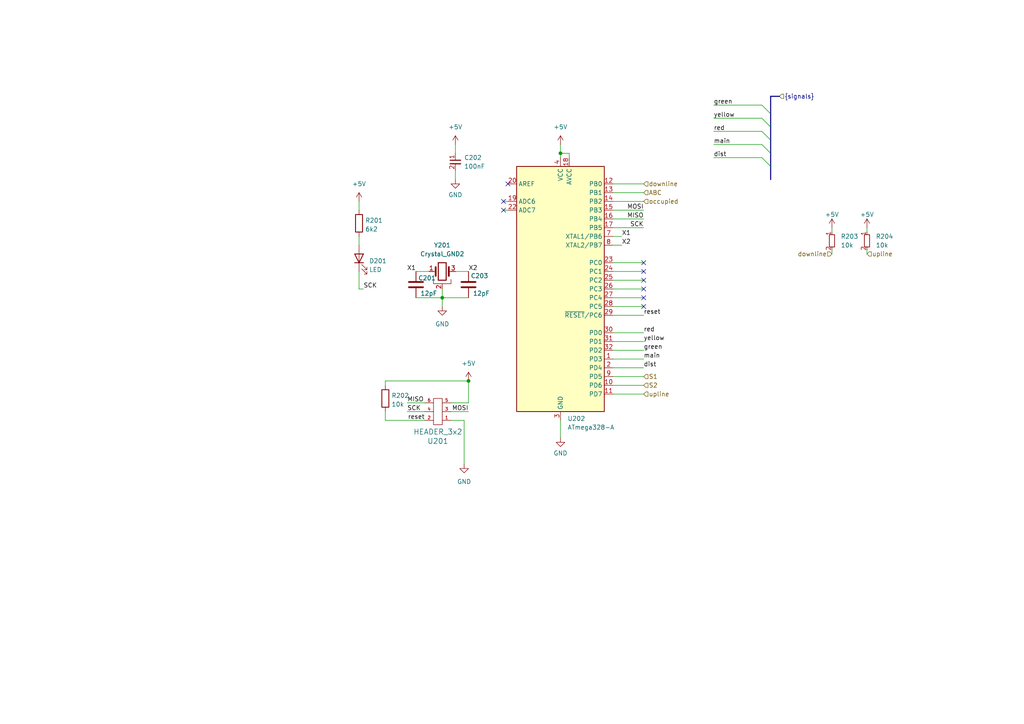
<source format=kicad_sch>
(kicad_sch (version 20231120) (generator "eeschema") (generator_version "8.0")
  (paper "A4")
  (lib_symbols
    (symbol "Device:C" (pin_numbers hide) (pin_names (offset 0.254))
      (property "Reference" "C" (at 0.635 2.54 0))
      (property "Value" "C" (at 0.635 -2.54 0))
      (symbol "C_0_1"
        (polyline (pts (xy -2.032 -0.762) (xy 2.032 -0.762)) (stroke (width 0.508)))
        (polyline (pts (xy -2.032 0.762) (xy 2.032 0.762)) (stroke (width 0.508)))
      )
      (symbol "C_1_1"
        (pin passive line (at 0 3.81 270) (length 2.794) (name "~") (number "1"))
        (pin passive line (at 0 -3.81 90) (length 2.794) (name "~") (number "2"))
      )
    )
    (symbol "Device:LED" (pin_numbers hide) (pin_names (offset 1.016) hide)
      (property "Reference" "D" (at 0 2.54 0))
      (property "Value" "LED" (at 0 -2.54 0))
      (symbol "LED_0_1"
        (polyline (pts (xy -1.27 -1.27) (xy -1.27 1.27)) (stroke (width 0.254)))
        (polyline (pts (xy -1.27 0) (xy 1.27 0)))
        (polyline (pts (xy 1.27 -1.27) (xy 1.27 1.27) (xy -1.27 0) (xy 1.27 -1.27)) (stroke (width 0.254)))
        (polyline (pts (xy -3.048 -0.762) (xy -4.572 -2.286) (xy -3.81 -2.286) (xy -4.572 -2.286) (xy -4.572 -1.524)))
        (polyline (pts (xy -1.778 -0.762) (xy -3.302 -2.286) (xy -2.54 -2.286) (xy -3.302 -2.286) (xy -3.302 -1.524)))
      )
      (symbol "LED_1_1"
        (pin passive line (at -3.81 0 0) (length 2.54) (name "K") (number "1"))
        (pin passive line (at 3.81 0 180) (length 2.54) (name "A") (number "2"))
      )
    )
    (symbol "Device:R" (pin_numbers hide) (pin_names (offset 0))
      (property "Reference" "R" (at 2.032 0 90))
      (property "Value" "R" (at 0 0 90))
      (symbol "R_0_1"
        (rectangle (start -1.016 -2.54) (end 1.016 2.54) (stroke (width 0.254)))
      )
      (symbol "R_1_1"
        (pin passive line (at 0 3.81 270) (length 1.27) (name "~") (number "1"))
        (pin passive line (at 0 -3.81 90) (length 1.27) (name "~") (number "2"))
      )
    )
    (symbol "GND_1" (power) (pin_names (offset 0))
      (property "Value" "GND_1" (at 0 -3.81 0))
      (symbol "GND_1_0_1"
        (polyline (pts (xy 0 0) (xy 0 -1.27) (xy 1.27 -1.27) (xy 0 -2.54) (xy -1.27 -1.27) (xy 0 -1.27)))
      )
      (symbol "GND_1_1_1"
        (pin power_in line (at 0 0 270) (length 0) hide (name "GND") (number "1"))
      )
    )
    (symbol "MCU_Microchip_ATmega:ATmega328-A"
      (property "Reference" "U" (at -12.7 36.83 0))
      (property "Value" "ATmega328-A" (at 2.54 -36.83 0))
      (symbol "ATmega328-A_0_1"
        (rectangle (start -12.7 -35.56) (end 12.7 35.56) (stroke (width 0.254)) (fill (type background)))
      )
      (symbol "ATmega328-A_1_1"
        (pin bidirectional line (at 15.24 -20.32 180) (length 2.54) (name "PD3") (number "1"))
        (pin bidirectional line (at 15.24 -27.94 180) (length 2.54) (name "PD6") (number "10"))
        (pin bidirectional line (at 15.24 -30.48 180) (length 2.54) (name "PD7") (number "11"))
        (pin bidirectional line (at 15.24 30.48 180) (length 2.54) (name "PB0") (number "12"))
        (pin bidirectional line (at 15.24 27.94 180) (length 2.54) (name "PB1") (number "13"))
        (pin bidirectional line (at 15.24 25.4 180) (length 2.54) (name "PB2") (number "14"))
        (pin bidirectional line (at 15.24 22.86 180) (length 2.54) (name "PB3") (number "15"))
        (pin bidirectional line (at 15.24 20.32 180) (length 2.54) (name "PB4") (number "16"))
        (pin bidirectional line (at 15.24 17.78 180) (length 2.54) (name "PB5") (number "17"))
        (pin power_in line (at 2.54 38.1 270) (length 2.54) (name "AVCC") (number "18"))
        (pin input line (at -15.24 25.4 0) (length 2.54) (name "ADC6") (number "19"))
        (pin bidirectional line (at 15.24 -22.86 180) (length 2.54) (name "PD4") (number "2"))
        (pin passive line (at -15.24 30.48 0) (length 2.54) (name "AREF") (number "20"))
        (pin passive line (at 0 -38.1 90) (length 2.54) hide (name "GND") (number "21"))
        (pin input line (at -15.24 22.86 0) (length 2.54) (name "ADC7") (number "22"))
        (pin bidirectional line (at 15.24 7.62 180) (length 2.54) (name "PC0") (number "23"))
        (pin bidirectional line (at 15.24 5.08 180) (length 2.54) (name "PC1") (number "24"))
        (pin bidirectional line (at 15.24 2.54 180) (length 2.54) (name "PC2") (number "25"))
        (pin bidirectional line (at 15.24 0 180) (length 2.54) (name "PC3") (number "26"))
        (pin bidirectional line (at 15.24 -2.54 180) (length 2.54) (name "PC4") (number "27"))
        (pin bidirectional line (at 15.24 -5.08 180) (length 2.54) (name "PC5") (number "28"))
        (pin bidirectional line (at 15.24 -7.62 180) (length 2.54) (name "~{RESET}/PC6") (number "29"))
        (pin power_in line (at 0 -38.1 90) (length 2.54) (name "GND") (number "3"))
        (pin bidirectional line (at 15.24 -12.7 180) (length 2.54) (name "PD0") (number "30"))
        (pin bidirectional line (at 15.24 -15.24 180) (length 2.54) (name "PD1") (number "31"))
        (pin bidirectional line (at 15.24 -17.78 180) (length 2.54) (name "PD2") (number "32"))
        (pin power_in line (at 0 38.1 270) (length 2.54) (name "VCC") (number "4"))
        (pin passive line (at 0 -38.1 90) (length 2.54) hide (name "GND") (number "5"))
        (pin passive line (at 0 38.1 270) (length 2.54) hide (name "VCC") (number "6"))
        (pin bidirectional line (at 15.24 15.24 180) (length 2.54) (name "XTAL1/PB6") (number "7"))
        (pin bidirectional line (at 15.24 12.7 180) (length 2.54) (name "XTAL2/PB7") (number "8"))
        (pin bidirectional line (at 15.24 -25.4 180) (length 2.54) (name "PD5") (number "9"))
      )
    )
    (symbol "capacitor_miscellaneous:C_0402_100nF"
      (property "Reference" "U" (at 1.27 2.54 0))
      (property "Value" "100nF" (at 3.81 -2.54 0))
      (property "JLCPCB Part#" "C307331" (at 0 0 0))
      (symbol "C_0402_100nF_0_1"
        (polyline (pts (xy -1.524 -0.508) (xy 1.524 -0.508)) (stroke (width 0.3302)))
        (polyline (pts (xy -1.524 0.508) (xy 1.524 0.508)) (stroke (width 0.3048)))
      )
      (symbol "C_0402_100nF_1_1"
        (pin passive line (at 0 2.54 270) (length 2.032) (name "~") (number "1"))
        (pin passive line (at 0 -2.54 90) (length 2.032) (name "~") (number "2"))
      )
    )
    (symbol "custom_kicad_lib_sk:crystal_arduino" (pin_names (offset 1.016) hide)
      (property "Reference" "Y" (at 0 5.715 0))
      (property "Value" "Crystal_GND2" (at 0 3.81 0))
      (property "JLCPCB Part#" "C13738" (at 0 0 0))
      (symbol "crystal_arduino_0_1"
        (rectangle (start -1.143 2.54) (end 1.143 -2.54) (stroke (width 0.3048)))
        (polyline (pts (xy -2.54 0) (xy -1.905 0)))
        (polyline (pts (xy -1.905 -1.27) (xy -1.905 1.27)) (stroke (width 0.508)))
        (polyline (pts (xy 0 -3.81) (xy 0 -3.556)))
        (polyline (pts (xy 1.905 0) (xy 2.54 0)))
        (polyline (pts (xy 1.905 1.27) (xy 1.905 -1.27)) (stroke (width 0.508)))
        (polyline (pts (xy -2.54 -2.286) (xy -2.54 -3.556) (xy 2.54 -3.556) (xy 2.54 -2.286)))
      )
      (symbol "crystal_arduino_1_1"
        (pin passive line (at -3.81 0 0) (length 1.27) (name "1") (number "1"))
        (pin passive line (at 0 -5.08 90) (length 1.27) (name "GND") (number "2"))
        (pin passive line (at 3.81 0 180) (length 1.27) (name "3") (number "3"))
        (pin passive line (at 0 -5.08 90) (length 1.27) hide (name "GND") (number "4"))
      )
    )
    (symbol "power:+5V" (power) (pin_names (offset 0))
      (property "Value" "+5V" (at 0 3.556 0))
      (symbol "+5V_0_1"
        (polyline (pts (xy -0.762 1.27) (xy 0 2.54)))
        (polyline (pts (xy 0 0) (xy 0 2.54)))
        (polyline (pts (xy 0 2.54) (xy 0.762 1.27)))
      )
      (symbol "+5V_1_1"
        (pin power_in line (at 0 0 90) (length 0) hide (name "+5V") (number "1"))
      )
    )
    (symbol "power:GND" (power) (pin_names (offset 0))
      (property "Value" "GND" (at 0 -3.81 0))
      (symbol "GND_0_1"
        (polyline (pts (xy 0 0) (xy 0 -1.27) (xy 1.27 -1.27) (xy 0 -2.54) (xy -1.27 -1.27) (xy 0 -1.27)))
      )
      (symbol "GND_1_1"
        (pin power_in line (at 0 0 270) (length 0) hide (name "GND") (number "1"))
      )
    )
    (symbol "resistors_0603:R_10k_0603"
      (property "Reference" "R" (at 1.27 2.54 0))
      (property "Value" "10k" (at 2.54 -2.54 0))
      (symbol "R_10k_0603_0_1"
        (rectangle (start -0.762 1.778) (end 0.762 -1.778) (stroke (width 0.2032)))
      )
      (symbol "R_10k_0603_1_1"
        (pin passive line (at 0 2.54 270) (length 0.762) (name "~") (number "1"))
        (pin passive line (at 0 -2.54 90) (length 0.762) (name "~") (number "2"))
      )
    )
    (symbol "servoDriverSMD-rescue:HEADER_3x2-w_connectors" (pin_names (offset 0))
      (property "Reference" "J" (at 0 5.08 0))
      (property "Value" "HEADER_3x2-w_connectors" (at 0 -5.08 0))
      (symbol "HEADER_3x2-w_connectors_0_1"
        (rectangle (start 1.27 3.81) (end -1.27 -3.81))
      )
      (symbol "HEADER_3x2-w_connectors_1_1"
        (pin passive line (at -3.81 2.54 0) (length 2.54) (name "~") (number "1"))
        (pin passive line (at 3.81 2.54 180) (length 2.54) (name "~") (number "2"))
        (pin passive line (at -3.81 0 0) (length 2.54) (name "~") (number "3"))
        (pin passive line (at 3.81 0 180) (length 2.54) (name "~") (number "4"))
        (pin passive line (at -3.81 -2.54 0) (length 2.54) (name "~") (number "5"))
        (pin passive line (at 3.81 -2.54 180) (length 2.54) (name "~") (number "6"))
      )
    )
  )
  (junction (at 128.27 86.36))
  (junction (at 162.56 44.45))
  (junction (at 135.89 110.49))
  (no_connect (at 186.69 76.2))
  (no_connect (at 186.69 78.74))
  (no_connect (at 147.32 53.34))
  (no_connect (at 146.05 58.42))
  (no_connect (at 186.69 81.28))
  (no_connect (at 146.05 60.96))
  (no_connect (at 186.69 83.82))
  (no_connect (at 186.69 86.36))
  (no_connect (at 186.69 88.9))
  (bus_entry (at 223.52 44.45) (size -2.54 -2.54))
  (bus_entry (at 223.52 36.83) (size -2.54 -2.54))
  (bus_entry (at 223.52 40.64) (size -2.54 -2.54))
  (bus_entry (at 223.52 33.02) (size -2.54 -2.54))
  (bus_entry (at 223.52 48.26) (size -2.54 -2.54))
  (wire (pts (xy 162.56 44.45) (xy 162.56 45.72)))
  (wire (pts (xy 128.27 86.36) (xy 135.89 86.36)))
  (bus (pts (xy 223.52 44.45) (xy 223.52 40.64)))
  (wire (pts (xy 130.81 116.84) (xy 135.89 116.84)))
  (wire (pts (xy 134.62 121.92) (xy 130.81 121.92)))
  (wire (pts (xy 165.1 44.45) (xy 162.56 44.45)))
  (wire (pts (xy 177.8 86.36) (xy 186.69 86.36)))
  (wire (pts (xy 177.8 111.76) (xy 186.69 111.76)))
  (wire (pts (xy 123.19 119.38) (xy 118.11 119.38)))
  (wire (pts (xy 124.46 78.74) (xy 120.65 78.74)))
  (bus (pts (xy 223.52 40.64) (xy 223.52 36.83)))
  (wire (pts (xy 207.01 45.72) (xy 220.98 45.72)))
  (wire (pts (xy 177.8 76.2) (xy 186.69 76.2)))
  (wire (pts (xy 111.76 121.92) (xy 123.19 121.92)))
  (wire (pts (xy 177.8 88.9) (xy 186.69 88.9)))
  (wire (pts (xy 207.01 41.91) (xy 220.98 41.91)))
  (bus (pts (xy 223.52 27.94) (xy 226.06 27.94)))
  (wire (pts (xy 241.3 66.04) (xy 241.3 67.31)))
  (wire (pts (xy 111.76 110.49) (xy 135.89 110.49)))
  (wire (pts (xy 251.46 66.04) (xy 251.46 67.31)))
  (wire (pts (xy 104.14 78.74) (xy 104.14 83.82)))
  (wire (pts (xy 177.8 91.44) (xy 186.69 91.44)))
  (wire (pts (xy 135.89 116.84) (xy 135.89 110.49)))
  (wire (pts (xy 177.8 71.12) (xy 180.34 71.12)))
  (wire (pts (xy 162.56 121.92) (xy 162.56 127)))
  (wire (pts (xy 207.01 38.1) (xy 220.98 38.1)))
  (wire (pts (xy 207.01 30.48) (xy 220.98 30.48)))
  (wire (pts (xy 177.8 109.22) (xy 186.69 109.22)))
  (wire (pts (xy 146.05 58.42) (xy 147.32 58.42)))
  (wire (pts (xy 111.76 119.38) (xy 111.76 121.92)))
  (wire (pts (xy 130.81 119.38) (xy 135.89 119.38)))
  (wire (pts (xy 177.8 83.82) (xy 186.69 83.82)))
  (wire (pts (xy 104.14 68.58) (xy 104.14 71.12)))
  (wire (pts (xy 128.27 83.82) (xy 128.27 86.36)))
  (wire (pts (xy 132.08 78.74) (xy 135.89 78.74)))
  (wire (pts (xy 146.05 60.96) (xy 147.32 60.96)))
  (wire (pts (xy 162.56 41.91) (xy 162.56 44.45)))
  (wire (pts (xy 134.62 121.92) (xy 134.62 134.62)))
  (wire (pts (xy 177.8 68.58) (xy 180.34 68.58)))
  (wire (pts (xy 177.8 114.3) (xy 186.69 114.3)))
  (wire (pts (xy 118.11 116.84) (xy 123.19 116.84)))
  (bus (pts (xy 223.52 36.83) (xy 223.52 33.02)))
  (wire (pts (xy 104.14 58.42) (xy 104.14 60.96)))
  (wire (pts (xy 220.98 34.29) (xy 207.01 34.29)))
  (wire (pts (xy 132.08 49.53) (xy 132.08 52.07)))
  (wire (pts (xy 177.8 60.96) (xy 186.69 60.96)))
  (wire (pts (xy 111.76 110.49) (xy 111.76 111.76)))
  (wire (pts (xy 105.41 83.82) (xy 104.14 83.82)))
  (wire (pts (xy 177.8 81.28) (xy 186.69 81.28)))
  (wire (pts (xy 177.8 55.88) (xy 186.69 55.88)))
  (wire (pts (xy 177.8 99.06) (xy 186.69 99.06)))
  (wire (pts (xy 120.65 86.36) (xy 128.27 86.36)))
  (wire (pts (xy 132.08 41.91) (xy 132.08 44.45)))
  (wire (pts (xy 177.8 96.52) (xy 186.69 96.52)))
  (wire (pts (xy 177.8 101.6) (xy 186.69 101.6)))
  (wire (pts (xy 128.27 86.36) (xy 128.27 88.9)))
  (wire (pts (xy 177.8 66.04) (xy 186.69 66.04)))
  (wire (pts (xy 165.1 45.72) (xy 165.1 44.45)))
  (wire (pts (xy 241.3 72.39) (xy 241.3 73.66)))
  (bus (pts (xy 223.52 33.02) (xy 223.52 27.94)))
  (wire (pts (xy 177.8 63.5) (xy 186.69 63.5)))
  (wire (pts (xy 177.8 53.34) (xy 186.69 53.34)))
  (wire (pts (xy 177.8 106.68) (xy 186.69 106.68)))
  (wire (pts (xy 177.8 78.74) (xy 186.69 78.74)))
  (wire (pts (xy 177.8 104.14) (xy 186.69 104.14)))
  (bus (pts (xy 223.52 52.07) (xy 223.52 48.26)))
  (bus (pts (xy 223.52 48.26) (xy 223.52 44.45)))
  (wire (pts (xy 177.8 58.42) (xy 186.69 58.42)))
  (wire (pts (xy 251.46 72.39) (xy 251.46 73.66)))
  (label "SCK" (at 118.11 119.38 0))
  (label "reset" (at 186.69 91.44 0))
  (label "yellow" (at 186.69 99.06 0))
  (label "X1" (at 120.65 78.74 180))
  (label "X2" (at 180.34 71.12 0))
  (label "red" (at 186.69 96.52 0))
  (label "SCK" (at 105.41 83.82 0))
  (label "MISO" (at 118.11 116.84 0))
  (label "MOSI" (at 186.69 60.96 180))
  (label "reset" (at 123.19 121.92 180))
  (label "main" (at 186.69 104.14 0))
  (label "yellow" (at 207.01 34.29 0))
  (label "green" (at 186.69 101.6 0))
  (label "green" (at 207.01 30.48 0))
  (label "red" (at 207.01 38.1 0))
  (label "X1" (at 180.34 68.58 0))
  (label "dist" (at 186.69 106.68 0))
  (label "SCK" (at 186.69 66.04 180))
  (label "MISO" (at 186.69 63.5 180))
  (label "main" (at 207.01 41.91 0))
  (label "MOSI" (at 135.89 119.38 180))
  (label "dist" (at 207.01 45.72 0))
  (label "X2" (at 135.89 78.74 0))
  (hierarchical_label "S2" (shape input) (at 186.69 111.76 0))
  (hierarchical_label "S1" (shape input) (at 186.69 109.22 0))
  (hierarchical_label "downline" (shape input) (at 186.69 53.34 0))
  (hierarchical_label "downline" (shape input) (at 241.3 73.66 180))
  (hierarchical_label "{signals}" (shape input) (at 226.06 27.94 0))
  (hierarchical_label "upline" (shape input) (at 251.46 73.66 0))
  (hierarchical_label "occupied" (shape input) (at 186.69 58.42 0))
  (hierarchical_label "ABC" (shape input) (at 186.69 55.88 0))
  (hierarchical_label "upline" (shape input) (at 186.69 114.3 0))
  (symbol (lib_id "custom_kicad_lib_sk:crystal_arduino") (at 128.27 78.74 0) (unit 1)
    (property "Reference" "Y201" (at 128.27 71.12 0))
    (property "Value" "Crystal_GND2" (at 128.27 73.66 0))
    (property "Footprint" "custom_kicad_lib_sk:crystal_arduino" (effects (hide yes)))
    (property "JLCPCB Part#" "C13738" (effects (hide yes)))
    (instances (project "BloX_ABC_MkII" (path "" (reference "Y201") (unit 1))) (project "atmega328" (path "" (reference "Y201") (unit 1))) (project "general_schematics" (path "" (reference "Y?") (unit 1)) (path "" (reference "Y1401") (unit 1))))
  )
  (symbol (lib_id "Device:C") (at 135.89 82.55 180) (unit 1)
    (property "Reference" "C203" (at 136.525 80.01 0) (effects (justify right)))
    (property "Value" "12pF" (at 137.16 85.09 0) (effects (justify right)))
    (property "Footprint" "Capacitor_SMD:C_0603_1608Metric" (effects (hide yes)))
    (property "JLCPCB Part#" "C38523" (effects (hide yes)))
    (instances (project "BloX_ABC_MkII" (path "" (reference "C203") (unit 1))) (project "atmega328" (path "" (reference "C203") (unit 1))) (project "general_schematics" (path "" (reference "C?") (unit 1)) (path "" (reference "C1403") (unit 1))))
  )
  (symbol (lib_id "Device:R") (at 104.14 64.77 0) (unit 1)
    (property "Reference" "R201" (at 105.918 63.9353 0) (effects (justify left)))
    (property "Value" "6k2" (at 105.918 66.4722 0) (effects (justify left)))
    (property "Footprint" "Resistor_SMD:R_0603_1608Metric_Pad0.98x0.95mm_HandSolder" (effects (hide yes)))
    (property "JLCPCB Part#" "C4260" (effects (hide yes)))
    (instances (project "BloX_ABC_MkII" (path "" (reference "R201") (unit 1))) (project "atmega328" (path "" (reference "R201") (unit 1))) (project "general_schematics" (path "" (reference "R1401") (unit 1))))
  )
  (symbol (lib_id "MCU_Microchip_ATmega:ATmega328-A") (at 162.56 83.82 0) (unit 1)
    (property "Reference" "U202" (at 164.5794 121.4104 0) (effects (justify left)))
    (property "Value" "ATmega328-A" (at 164.5794 123.9473 0) (effects (justify left)))
    (property "Footprint" "Package_QFP:TQFP-32_7x7mm_P0.8mm" (effects (hide yes)))
    (property "Datasheet" "http://ww1.microchip.com/downloads/en/DeviceDoc/ATmega328_P%20AVR%20MCU%20with%20picoPower%20Technology%20Data%20Sheet%2040001984A.pdf" (effects (hide yes)))
    (property "JLCPCB Part#" "C14877" (effects (hide yes)))
    (instances (project "BloX_ABC_MkII" (path "" (reference "U202") (unit 1))) (project "atmega328" (path "" (reference "U202") (unit 1))) (project "general_schematics" (path "" (reference "U1402") (unit 1))))
  )
  (symbol (lib_id "power:+5V") (at 251.46 66.04 0) (unit 1)
    (property "Reference" "#PWR0204" (effects (hide yes)))
    (property "Value" "+5V" (at 251.46 62.23 0))
  )
  (symbol (lib_id "power:+5V") (at 241.3 66.04 0) (unit 1)
    (property "Reference" "#PWR0203" (effects (hide yes)))
    (property "Value" "+5V" (at 241.3 62.23 0))
  )
  (symbol (lib_id "power:GND") (at 132.08 52.07 0) (unit 1)
    (property "Reference" "#PWR0201" (effects (hide yes)))
    (property "Value" "GND" (at 132.08 56.5134 0))
    (instances (project "BloX_ABC_MkII" (path "" (reference "#PWR0201") (unit 1))) (project "atmega328" (path "" (reference "#PWR0201") (unit 1))) (project "general_schematics" (path "" (reference "#PWR0137") (unit 1))))
  )
  (symbol (lib_id "Device:C") (at 120.65 82.55 180) (unit 1)
    (property "Reference" "C201" (at 121.285 80.645 0) (effects (justify right)))
    (property "Value" "12pF" (at 121.92 85.09 0) (effects (justify right)))
    (property "Footprint" "Capacitor_SMD:C_0603_1608Metric" (effects (hide yes)))
    (property "JLCPCB Part#" "C38523" (effects (hide yes)))
    (instances (project "BloX_ABC_MkII" (path "" (reference "C201") (unit 1))) (project "atmega328" (path "" (reference "C201") (unit 1))) (project "general_schematics" (path "" (reference "C?") (unit 1)) (path "" (reference "C1401") (unit 1))))
  )
  (symbol (lib_name "GND_1") (lib_id "power:GND") (at 128.27 88.9 0) (unit 1)
    (property "Reference" "#PWR0102" (effects (hide yes)))
    (property "Value" "GND" (at 128.27 93.98 0))
  )
  (symbol (lib_id "power:+5V") (at 135.89 110.49 0) (unit 1)
    (property "Reference" "#PWR0107" (effects (hide yes)))
    (property "Value" "+5V" (at 135.89 105.41 0))
  )
  (symbol (lib_id "resistors_0603:R_10k_0603") (at 251.46 69.85 0) (unit 1)
    (property "Reference" "R204" (at 254 68.58 0) (effects (justify left)))
    (property "Value" "10k" (at 254 71.12 0) (effects (justify left)))
    (property "Footprint" "custom_kicad_lib_sk:R_0603_smalltext" (effects (hide yes)))
    (property "JLCPCB Part#" "C25804" (effects (hide yes)))
  )
  (symbol (lib_id "power:+5V") (at 104.14 58.42 0) (unit 1)
    (property "Reference" "#PWR0104" (effects (hide yes)))
    (property "Value" "+5V" (at 104.14 53.34 0))
  )
  (symbol (lib_name "GND_1") (lib_id "power:GND") (at 134.62 134.62 0) (unit 1)
    (property "Reference" "#PWR0101" (effects (hide yes)))
    (property "Value" "GND" (at 134.62 139.7 0))
  )
  (symbol (lib_id "power:GND") (at 162.56 127 0) (unit 1)
    (property "Reference" "#PWR0202" (effects (hide yes)))
    (property "Value" "GND" (at 162.56 131.4434 0))
    (instances (project "BloX_ABC_MkII" (path "" (reference "#PWR0202") (unit 1))) (project "atmega328" (path "" (reference "#PWR0202") (unit 1))) (project "general_schematics" (path "" (reference "#PWR0138") (unit 1))))
  )
  (symbol (lib_id "Device:LED") (at 104.14 74.93 90) (unit 1)
    (property "Reference" "D201" (at 107.061 75.6828 90) (effects (justify right)))
    (property "Value" "LED" (at 107.061 78.2197 90) (effects (justify right)))
    (property "Footprint" "LED_SMD:LED_0805_2012Metric_Pad1.15x1.40mm_HandSolder" (effects (hide yes)))
    (property "JLCPCB Part#" "C84256" (effects (hide yes)))
    (instances (project "BloX_ABC_MkII" (path "" (reference "D201") (unit 1))) (project "atmega328" (path "" (reference "D201") (unit 1))) (project "general_schematics" (path "" (reference "D1401") (unit 1))))
  )
  (symbol (lib_id "servoDriverSMD-rescue:HEADER_3x2-w_connectors") (at 127 119.38 180) (unit 1)
    (property "Reference" "U201" (at 127 127.9398 0) (effects (font (size 1.524 1.524))))
    (property "Value" "HEADER_3x2" (at 127 125.2474 0) (effects (font (size 1.524 1.524))))
    (property "Footprint" "Connector_PinSocket_1.27mm:PinSocket_2x03_P1.27mm_Vertical" (effects (hide yes)))
    (instances (project "BloX_ABC_MkII" (path "" (reference "U201") (unit 1))) (project "atmega328" (path "" (reference "U201") (unit 1))) (project "general_schematics" (path "" (reference "U1401") (unit 1))))
  )
  (symbol (lib_id "Device:R") (at 111.76 115.57 0) (unit 1)
    (property "Reference" "R202" (at 113.538 114.7353 0) (effects (justify left)))
    (property "Value" "10k" (at 113.538 117.2722 0) (effects (justify left)))
    (property "Footprint" "Resistor_SMD:R_0402_1005Metric_Pad0.72x0.64mm_HandSolder" (effects (hide yes)))
    (property "JLCPCB Part#" "C25744" (effects (hide yes)))
    (instances (project "BloX_ABC_MkII" (path "" (reference "R202") (unit 1))) (project "atmega328" (path "" (reference "R202") (unit 1))) (project "general_schematics" (path "" (reference "R1402") (unit 1))))
  )
  (symbol (lib_id "power:+5V") (at 132.08 41.91 0) (unit 1)
    (property "Reference" "#PWR0105" (effects (hide yes)))
    (property "Value" "+5V" (at 132.08 36.83 0))
  )
  (symbol (lib_id "resistors_0603:R_10k_0603") (at 241.3 69.85 0) (unit 1)
    (property "Reference" "R203" (at 243.84 68.58 0) (effects (justify left)))
    (property "Value" "10k" (at 243.84 71.12 0) (effects (justify left)))
    (property "Footprint" "custom_kicad_lib_sk:R_0603_smalltext" (effects (hide yes)))
    (property "JLCPCB Part#" "C25804" (effects (hide yes)))
  )
  (symbol (lib_id "capacitor_miscellaneous:C_0402_100nF") (at 132.08 46.99 0) (unit 1)
    (property "Reference" "C202" (at 134.62 45.7263 0) (effects (justify left)))
    (property "Value" "100nF" (at 134.62 48.2663 0) (effects (justify left)))
    (property "Footprint" "Capacitor_SMD:C_0402_1005Metric" (effects (hide yes)))
    (property "JLCPCB Part#" "C307331" (effects (hide yes)))
  )
  (symbol (lib_id "power:+5V") (at 162.56 41.91 0) (unit 1)
    (property "Reference" "#PWR0106" (effects (hide yes)))
    (property "Value" "+5V" (at 162.56 36.83 0))
  )
)
</source>
